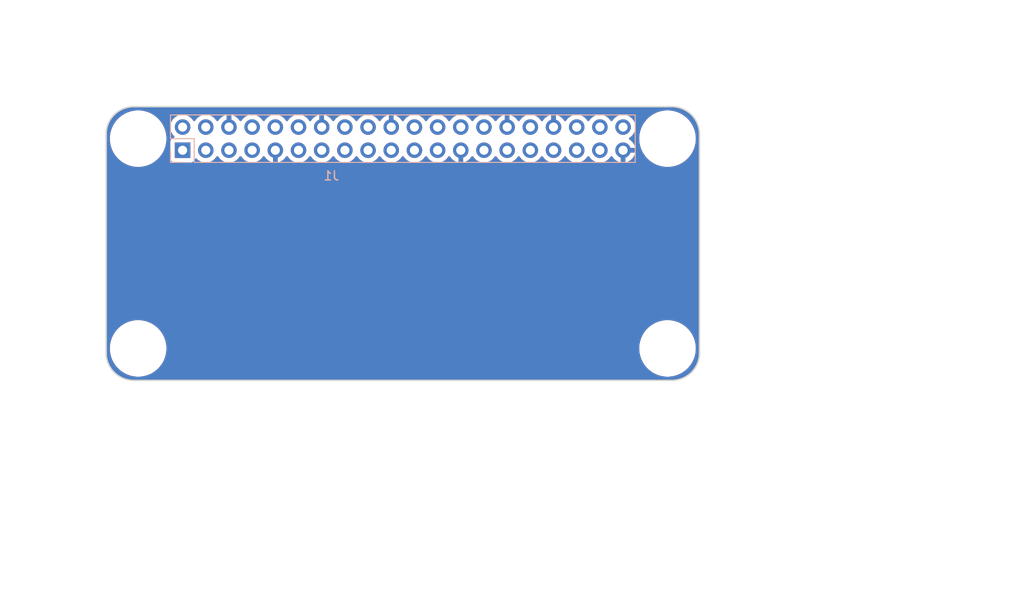
<source format=kicad_pcb>
(kicad_pcb (version 20241229) (generator "pcbnew") (generator_version "9.0")
  (title_block (title "Raspberry Pi Zero (W) uHAT Template Board") (date "2019-02-28") (rev "1.0") (comment 1 "This PCB design is licensed under MIT Open Source License."))
  (layers (0 "F.Cu" signal) (2 "B.Cu" signal) (13 "F.Paste" user) (15 "B.Paste" user) (5 "F.SilkS" user) (7 "B.SilkS" user) (1 "F.Mask" user) (3 "B.Mask" user) (25 "Edge.Cuts" user))
  (net 0 "")
  (net 1 "+3V3")
  (net 2 "+5V")
  (net 3 "/GPIO2_SDA1")
  (net 4 "/GPIO3_SCL1")
  (net 5 "GND")
  (net 6 "/GPIO4_GPIO_GCLK")
  (net 7 "/GPIO14_TXD0")
  (net 8 "/GPIO15_RXD0")
  (net 9 "/GPIO17_GEN0")
  (net 10 "/GPIO18_GEN1")
  (net 11 "/GPIO27_GEN2")
  (net 12 "/GPIO22_GEN3")
  (net 13 "/GPIO23_GEN4")
  (net 14 "/GPIO24_GEN5")
  (net 15 "/GPIO10_SPI_MOSI")
  (net 16 "/GPIO9_SPI_MISO")
  (net 17 "/GPIO25_GEN6")
  (net 18 "/GPIO11_SPI_SCLK")
  (net 19 "/GPIO8_SPI_CE0_N")
  (net 20 "/GPIO7_SPI_CE1_N")
  (net 21 "/ID_SD")
  (net 22 "/ID_SC")
  (net 23 "/GPIO5")
  (net 24 "/GPIO6")
  (net 25 "/GPIO12")
  (net 26 "/GPIO13")
  (net 27 "/GPIO19")
  (net 28 "/GPIO16")
  (net 29 "/GPIO26")
  (net 30 "/GPIO20")
  (net 31 "/GPIO21")
  (footprint "lib:MountingHole_2.7mm_M2.5_uHAT_RPi" (layer "F.Cu") (at 121.032 94.568)
    (property "Reference" "H1" (hide yes))
    (property "Value" "MountingHole" (hide yes))
    (pad "" np_thru_hole circle (at 0 0) (size 2.7 2.7) (drill 2.7) (layers "*.Cu" "*.Mask") (clearance 1.75))
  )
  (footprint "lib:MountingHole_2.7mm_M2.5_uHAT_RPi" (layer "F.Cu") (at 179.032 94.568)
    (property "Reference" "H2" (hide yes))
    (property "Value" "MountingHole" (hide yes))
    (pad "" np_thru_hole circle (at 0 0) (size 2.7 2.7) (drill 2.7) (layers "*.Cu" "*.Mask") (clearance 1.75))
  )
  (footprint "lib:MountingHole_2.7mm_M2.5_uHAT_RPi" (layer "F.Cu") (at 179.032 117.568)
    (property "Reference" "H3" (hide yes))
    (property "Value" "MountingHole" (hide yes))
    (pad "" np_thru_hole circle (at 0 0) (size 2.7 2.7) (drill 2.7) (layers "*.Cu" "*.Mask") (clearance 1.75))
  )
  (footprint "lib:MountingHole_2.7mm_M2.5_uHAT_RPi" (layer "F.Cu") (at 121.032 117.568)
    (property "Reference" "H4" (hide yes))
    (property "Value" "MountingHole" (hide yes))
    (pad "" np_thru_hole circle (at 0 0) (size 2.7 2.7) (drill 2.7) (layers "*.Cu" "*.Mask") (clearance 1.75))
  )
  (footprint "lib:PinSocket_2x20_P2.54mm_Vertical_Centered_Anchor" (layer "B.Cu") (at 125.902 95.838 -90)
    (property "Reference" "J1" (at 2.8 -16.3 0) (layer "B.SilkS") (effects (justify mirror)))
    (property "Value" "GPIO_CONNECTOR")
    (fp_line (start -3.87 1.33) (end -1.27 1.33) (stroke (width 0.12)) (layer "B.SilkS"))
    (fp_line (start -3.87 1.33) (end -3.87 -49.59) (stroke (width 0.12)) (layer "B.SilkS"))
    (fp_line (start -1.27 1.33) (end -1.27 -1.27) (stroke (width 0.12)) (layer "B.SilkS"))
    (fp_line (start 0 1.33) (end 1.33 1.33) (stroke (width 0.12)) (layer "B.SilkS"))
    (fp_line (start 1.33 1.33) (end 1.33 0) (stroke (width 0.12)) (layer "B.SilkS"))
    (fp_line (start -1.27 -1.27) (end 1.33 -1.27) (stroke (width 0.12)) (layer "B.SilkS"))
    (fp_line (start 1.33 -1.27) (end 1.33 -49.59) (stroke (width 0.12)) (layer "B.SilkS"))
    (fp_line (start -3.87 -49.59) (end 1.33 -49.59) (stroke (width 0.12)) (layer "B.SilkS"))
    (pad "1" thru_hole rect (at 0 0 270) (size 1.7 1.7) (drill 1) (layers "*.Cu" "*.Mask") (net 1 "+3V3"))
    (pad "2" thru_hole oval (at -2.54 0 270) (size 1.7 1.7) (drill 1) (layers "*.Cu" "*.Mask") (net 2 "+5V"))
    (pad "3" thru_hole oval (at 0 -2.54 270) (size 1.7 1.7) (drill 1) (layers "*.Cu" "*.Mask") (net 3 "/GPIO2_SDA1"))
    (pad "4" thru_hole oval (at -2.54 -2.54 270) (size 1.7 1.7) (drill 1) (layers "*.Cu" "*.Mask") (net 2 "+5V"))
    (pad "5" thru_hole oval (at 0 -5.08 270) (size 1.7 1.7) (drill 1) (layers "*.Cu" "*.Mask") (net 4 "/GPIO3_SCL1"))
    (pad "6" thru_hole oval (at -2.54 -5.08 270) (size 1.7 1.7) (drill 1) (layers "*.Cu" "*.Mask") (net 5 "GND"))
    (pad "7" thru_hole oval (at 0 -7.62 270) (size 1.7 1.7) (drill 1) (layers "*.Cu" "*.Mask") (net 6 "/GPIO4_GPIO_GCLK"))
    (pad "8" thru_hole oval (at -2.54 -7.62 270) (size 1.7 1.7) (drill 1) (layers "*.Cu" "*.Mask") (net 7 "/GPIO14_TXD0"))
    (pad "9" thru_hole oval (at 0 -10.16 270) (size 1.7 1.7) (drill 1) (layers "*.Cu" "*.Mask") (net 5 "GND"))
    (pad "10" thru_hole oval (at -2.54 -10.16 270) (size 1.7 1.7) (drill 1) (layers "*.Cu" "*.Mask") (net 8 "/GPIO15_RXD0"))
    (pad "11" thru_hole oval (at 0 -12.7 270) (size 1.7 1.7) (drill 1) (layers "*.Cu" "*.Mask") (net 9 "/GPIO17_GEN0"))
    (pad "12" thru_hole oval (at -2.54 -12.7 270) (size 1.7 1.7) (drill 1) (layers "*.Cu" "*.Mask") (net 10 "/GPIO18_GEN1"))
    (pad "13" thru_hole oval (at 0 -15.24 270) (size 1.7 1.7) (drill 1) (layers "*.Cu" "*.Mask") (net 11 "/GPIO27_GEN2"))
    (pad "14" thru_hole oval (at -2.54 -15.24 270) (size 1.7 1.7) (drill 1) (layers "*.Cu" "*.Mask") (net 5 "GND"))
    (pad "15" thru_hole oval (at 0 -17.78 270) (size 1.7 1.7) (drill 1) (layers "*.Cu" "*.Mask") (net 12 "/GPIO22_GEN3"))
    (pad "16" thru_hole oval (at -2.54 -17.78 270) (size 1.7 1.7) (drill 1) (layers "*.Cu" "*.Mask") (net 13 "/GPIO23_GEN4"))
    (pad "17" thru_hole oval (at 0 -20.32 270) (size 1.7 1.7) (drill 1) (layers "*.Cu" "*.Mask") (net 1 "+3V3"))
    (pad "18" thru_hole oval (at -2.54 -20.32 270) (size 1.7 1.7) (drill 1) (layers "*.Cu" "*.Mask") (net 14 "/GPIO24_GEN5"))
    (pad "19" thru_hole oval (at 0 -22.86 270) (size 1.7 1.7) (drill 1) (layers "*.Cu" "*.Mask") (net 15 "/GPIO10_SPI_MOSI"))
    (pad "20" thru_hole oval (at -2.54 -22.86 270) (size 1.7 1.7) (drill 1) (layers "*.Cu" "*.Mask") (net 5 "GND"))
    (pad "21" thru_hole oval (at 0 -25.4 270) (size 1.7 1.7) (drill 1) (layers "*.Cu" "*.Mask") (net 16 "/GPIO9_SPI_MISO"))
    (pad "22" thru_hole oval (at -2.54 -25.4 270) (size 1.7 1.7) (drill 1) (layers "*.Cu" "*.Mask") (net 17 "/GPIO25_GEN6"))
    (pad "23" thru_hole oval (at 0 -27.94 270) (size 1.7 1.7) (drill 1) (layers "*.Cu" "*.Mask") (net 18 "/GPIO11_SPI_SCLK"))
    (pad "24" thru_hole oval (at -2.54 -27.94 270) (size 1.7 1.7) (drill 1) (layers "*.Cu" "*.Mask") (net 19 "/GPIO8_SPI_CE0_N"))
    (pad "25" thru_hole oval (at 0 -30.48 270) (size 1.7 1.7) (drill 1) (layers "*.Cu" "*.Mask") (net 5 "GND"))
    (pad "26" thru_hole oval (at -2.54 -30.48 270) (size 1.7 1.7) (drill 1) (layers "*.Cu" "*.Mask") (net 20 "/GPIO7_SPI_CE1_N"))
    (pad "27" thru_hole oval (at 0 -33.02 270) (size 1.7 1.7) (drill 1) (layers "*.Cu" "*.Mask") (net 21 "/ID_SD"))
    (pad "28" thru_hole oval (at -2.54 -33.02 270) (size 1.7 1.7) (drill 1) (layers "*.Cu" "*.Mask") (net 22 "/ID_SC"))
    (pad "29" thru_hole oval (at 0 -35.56 270) (size 1.7 1.7) (drill 1) (layers "*.Cu" "*.Mask") (net 23 "/GPIO5"))
    (pad "30" thru_hole oval (at -2.54 -35.56 270) (size 1.7 1.7) (drill 1) (layers "*.Cu" "*.Mask") (net 5 "GND"))
    (pad "31" thru_hole oval (at 0 -38.1 270) (size 1.7 1.7) (drill 1) (layers "*.Cu" "*.Mask") (net 24 "/GPIO6"))
    (pad "32" thru_hole oval (at -2.54 -38.1 270) (size 1.7 1.7) (drill 1) (layers "*.Cu" "*.Mask") (net 25 "/GPIO12"))
    (pad "33" thru_hole oval (at 0 -40.64 270) (size 1.7 1.7) (drill 1) (layers "*.Cu" "*.Mask") (net 26 "/GPIO13"))
    (pad "34" thru_hole oval (at -2.54 -40.64 270) (size 1.7 1.7) (drill 1) (layers "*.Cu" "*.Mask") (net 5 "GND"))
    (pad "35" thru_hole oval (at 0 -43.18 270) (size 1.7 1.7) (drill 1) (layers "*.Cu" "*.Mask") (net 27 "/GPIO19"))
    (pad "36" thru_hole oval (at -2.54 -43.18 270) (size 1.7 1.7) (drill 1) (layers "*.Cu" "*.Mask") (net 28 "/GPIO16"))
    (pad "37" thru_hole oval (at 0 -45.72 270) (size 1.7 1.7) (drill 1) (layers "*.Cu" "*.Mask") (net 29 "/GPIO26"))
    (pad "38" thru_hole oval (at -2.54 -45.72 270) (size 1.7 1.7) (drill 1) (layers "*.Cu" "*.Mask") (net 30 "/GPIO20"))
    (pad "39" thru_hole oval (at 0 -48.26 270) (size 1.7 1.7) (drill 1) (layers "*.Cu" "*.Mask") (net 5 "GND"))
    (pad "40" thru_hole oval (at -2.54 -48.26 270) (size 1.7 1.7) (drill 1) (layers "*.Cu" "*.Mask") (net 31 "/GPIO21"))
  )
  (gr_line (start 121.032 121.068) (end 179.032 121.068) (stroke (width 0.15)) (layer "Edge.Cuts"))
  (gr_arc (start 179.532 91.068) (mid 181.65332 91.94668) (end 182.532 94.068) (stroke (width 0.15)) (layer "Edge.Cuts"))
  (gr_arc (start 182.532 118.068) (mid 181.65332 120.18932) (end 179.532 121.068) (stroke (width 0.15)) (layer "Edge.Cuts"))
  (gr_arc (start 120.532 121.068) (mid 118.41068 120.18932) (end 117.532 118.068) (stroke (width 0.15)) (layer "Edge.Cuts"))
  (gr_arc (start 117.532 94.068) (mid 118.41068 91.94668) (end 120.532 91.068) (stroke (width 0.15)) (layer "Edge.Cuts"))
  (gr_line (start 117.532 118.068) (end 117.532 94.068) (stroke (width 0.15)) (layer "Edge.Cuts"))
  (gr_line (start 120.532 91.068) (end 179.532 91.068) (stroke (width 0.15)) (layer "Edge.Cuts"))
  (gr_line (start 182.532 94.068) (end 182.532 118.068) (stroke (width 0.15)) (layer "Edge.Cuts"))
  (gr_line (start 179.032 121.068) (end 179.532 121.068) (stroke (width 0.15)) (layer "Edge.Cuts"))
  (gr_line (start 121.032 121.068) (end 120.532 121.068) (stroke (width 0.15)) (layer "Edge.Cuts"))
  (zone (net 5) (net_name "GND") (layer "F.Cu") (connect_pads (clearance 0.508)) (min_thickness 0.254) (fill yes (thermal_gap 0.508) (thermal_bridge_width 0.508))
    (polygon (pts (xy 115.952 89.488) (xy 115.952 122) (xy 183.516 122) (xy 183.516 89.488)))
  )
  (zone (net 5) (net_name "GND") (layer "B.Cu") (connect_pads (clearance 0.508)) (min_thickness 0.254) (fill yes (thermal_gap 0.508) (thermal_bridge_width 0.508))
    (polygon (pts (xy 115.952 89.488) (xy 115.952 122) (xy 183.516 122) (xy 183.516 89.488)))
  )
)
</source>
